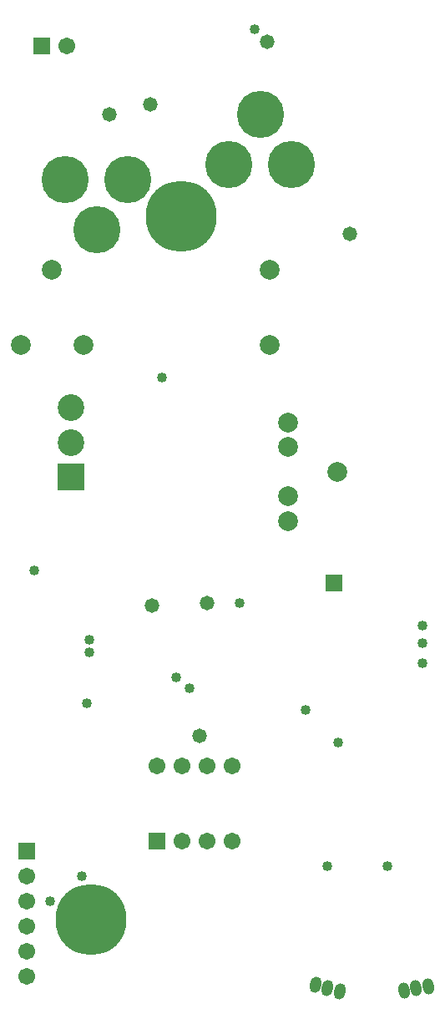
<source format=gbs>
%FSTAX24Y24*%
%MOIN*%
G70*
G01*
G75*
G04 Layer_Color=8388736*
%ADD10O,0.0394X0.0984*%
%ADD11R,0.0394X0.0984*%
%ADD12R,0.0394X0.0512*%
%ADD13R,0.0709X0.0709*%
%ADD14R,0.0472X0.0512*%
%ADD15R,0.1004X0.0374*%
%ADD16R,0.1004X0.1299*%
%ADD17O,0.0945X0.0236*%
%ADD18R,0.0945X0.0236*%
%ADD19R,0.0512X0.0394*%
%ADD20R,0.0630X0.0630*%
%ADD21R,0.0374X0.0315*%
%ADD22R,0.0984X0.0512*%
%ADD23O,0.0906X0.0236*%
%ADD24R,0.0709X0.0709*%
%ADD25R,0.0256X0.0472*%
%ADD26C,0.0100*%
%ADD27C,0.0300*%
%ADD28C,0.0250*%
%ADD29C,0.0400*%
%ADD30C,0.0600*%
%ADD31C,0.0200*%
%ADD32C,0.0080*%
%ADD33C,0.0060*%
%ADD34C,0.2756*%
%ADD35C,0.0709*%
%ADD36C,0.0984*%
%ADD37R,0.0984X0.0984*%
G04:AMPARAMS|DCode=38|XSize=37.4mil|YSize=57.1mil|CornerRadius=0mil|HoleSize=0mil|Usage=FLASHONLY|Rotation=345.000|XOffset=0mil|YOffset=0mil|HoleType=Round|Shape=Round|*
%AMOVALD38*
21,1,0.0197,0.0374,0.0000,0.0000,75.0*
1,1,0.0374,-0.0025,-0.0095*
1,1,0.0374,0.0025,0.0095*
%
%ADD38OVALD38*%

G04:AMPARAMS|DCode=39|XSize=37.4mil|YSize=57.1mil|CornerRadius=0mil|HoleSize=0mil|Usage=FLASHONLY|Rotation=10.000|XOffset=0mil|YOffset=0mil|HoleType=Round|Shape=Round|*
%AMOVALD39*
21,1,0.0197,0.0374,0.0000,0.0000,100.0*
1,1,0.0374,0.0017,-0.0097*
1,1,0.0374,-0.0017,0.0097*
%
%ADD39OVALD39*%

%ADD40R,0.0591X0.0591*%
%ADD41C,0.0591*%
%ADD42R,0.0591X0.0591*%
%ADD43C,0.1800*%
%ADD44C,0.0320*%
%ADD45C,0.0500*%
%ADD46C,0.0098*%
%ADD47C,0.0079*%
%ADD48C,0.0236*%
%ADD49C,0.0040*%
%ADD50C,0.0030*%
G04:AMPARAMS|DCode=51|XSize=165.4mil|YSize=0mil|CornerRadius=0mil|HoleSize=0mil|Usage=FLASHONLY|Rotation=345.000|XOffset=0mil|YOffset=0mil|HoleType=Round|Shape=Rectangle|*
%AMROTATEDRECTD51*
4,1,4,-0.0799,0.0214,-0.0799,0.0214,0.0799,-0.0214,0.0799,-0.0214,-0.0799,0.0214,0.0*
%
%ADD51ROTATEDRECTD51*%

G04:AMPARAMS|DCode=52|XSize=173.2mil|YSize=15.7mil|CornerRadius=0mil|HoleSize=0mil|Usage=FLASHONLY|Rotation=345.000|XOffset=0mil|YOffset=0mil|HoleType=Round|Shape=Rectangle|*
%AMROTATEDRECTD52*
4,1,4,-0.0857,0.0148,-0.0816,0.0300,0.0857,-0.0148,0.0816,-0.0300,-0.0857,0.0148,0.0*
%
%ADD52ROTATEDRECTD52*%

G04:AMPARAMS|DCode=53|XSize=165.4mil|YSize=0mil|CornerRadius=0mil|HoleSize=0mil|Usage=FLASHONLY|Rotation=10.000|XOffset=0mil|YOffset=0mil|HoleType=Round|Shape=Rectangle|*
%AMROTATEDRECTD53*
4,1,4,-0.0814,-0.0144,-0.0814,-0.0144,0.0814,0.0144,0.0814,0.0144,-0.0814,-0.0144,0.0*
%
%ADD53ROTATEDRECTD53*%

G04:AMPARAMS|DCode=54|XSize=173.2mil|YSize=15.7mil|CornerRadius=0mil|HoleSize=0mil|Usage=FLASHONLY|Rotation=10.000|XOffset=0mil|YOffset=0mil|HoleType=Round|Shape=Rectangle|*
%AMROTATEDRECTD54*
4,1,4,-0.0839,-0.0228,-0.0867,-0.0073,0.0839,0.0228,0.0867,0.0073,-0.0839,-0.0228,0.0*
%
%ADD54ROTATEDRECTD54*%

%ADD55O,0.0474X0.1064*%
%ADD56R,0.0474X0.1064*%
%ADD57R,0.0474X0.0592*%
%ADD58R,0.0789X0.0789*%
%ADD59R,0.0552X0.0592*%
%ADD60R,0.1084X0.0454*%
%ADD61R,0.1084X0.1379*%
%ADD62O,0.1025X0.0316*%
%ADD63R,0.1025X0.0316*%
%ADD64R,0.0592X0.0474*%
%ADD65R,0.0710X0.0710*%
%ADD66R,0.0454X0.0395*%
%ADD67R,0.1064X0.0592*%
%ADD68O,0.0986X0.0316*%
%ADD69R,0.0789X0.0789*%
%ADD70R,0.0336X0.0552*%
%ADD71C,0.2836*%
%ADD72C,0.0789*%
%ADD73C,0.1064*%
%ADD74R,0.1064X0.1064*%
G04:AMPARAMS|DCode=75|XSize=45.4mil|YSize=65.1mil|CornerRadius=0mil|HoleSize=0mil|Usage=FLASHONLY|Rotation=345.000|XOffset=0mil|YOffset=0mil|HoleType=Round|Shape=Round|*
%AMOVALD75*
21,1,0.0197,0.0454,0.0000,0.0000,75.0*
1,1,0.0454,-0.0025,-0.0095*
1,1,0.0454,0.0025,0.0095*
%
%ADD75OVALD75*%

G04:AMPARAMS|DCode=76|XSize=45.4mil|YSize=65.1mil|CornerRadius=0mil|HoleSize=0mil|Usage=FLASHONLY|Rotation=10.000|XOffset=0mil|YOffset=0mil|HoleType=Round|Shape=Round|*
%AMOVALD76*
21,1,0.0197,0.0454,0.0000,0.0000,100.0*
1,1,0.0454,0.0017,-0.0097*
1,1,0.0454,-0.0017,0.0097*
%
%ADD76OVALD76*%

%ADD77R,0.0671X0.0671*%
%ADD78C,0.0671*%
%ADD79R,0.0671X0.0671*%
%ADD80C,0.1880*%
%ADD81C,0.0400*%
%ADD82C,0.0580*%
D71*
X19205Y16573D02*
D03*
X188443Y137696D02*
D03*
D72*
X1956Y1636D02*
D03*
Y1606D02*
D03*
X186899Y1636D02*
D03*
X185639Y1606D02*
D03*
X188159D02*
D03*
X1983Y15555D02*
D03*
X196332Y153581D02*
D03*
Y157519D02*
D03*
Y154566D02*
D03*
Y156534D02*
D03*
D73*
X187655Y156722D02*
D03*
Y1581D02*
D03*
D74*
Y155344D02*
D03*
D75*
X198375Y134808D02*
D03*
X197892Y134937D02*
D03*
X197409Y135067D02*
D03*
D76*
X201928Y135024D02*
D03*
X201435Y134937D02*
D03*
X200943Y134851D02*
D03*
D77*
X186475Y172539D02*
D03*
X19814Y1511D02*
D03*
D78*
X187475Y172539D02*
D03*
X1859Y1394D02*
D03*
Y1384D02*
D03*
Y1374D02*
D03*
Y1364D02*
D03*
Y1354D02*
D03*
X192077Y140822D02*
D03*
X193077D02*
D03*
X194077D02*
D03*
X191077Y143822D02*
D03*
X192077D02*
D03*
X193077D02*
D03*
X194077D02*
D03*
D79*
X1859Y1404D02*
D03*
X191077Y140822D02*
D03*
D80*
X195205Y169815D02*
D03*
X196455Y167815D02*
D03*
X193955D02*
D03*
X189927Y167224D02*
D03*
X187427D02*
D03*
X188677Y165224D02*
D03*
D81*
X195Y1732D02*
D03*
X1913Y1593D02*
D03*
X1862Y1516D02*
D03*
X1979Y1398D02*
D03*
X2003D02*
D03*
X1883Y1463D02*
D03*
X1884Y14885D02*
D03*
Y14835D02*
D03*
X2017Y1494D02*
D03*
Y1487D02*
D03*
Y1479D02*
D03*
X1924Y1469D02*
D03*
X19185Y14735D02*
D03*
X1944Y1503D02*
D03*
X19703Y14603D02*
D03*
X19831Y14475D02*
D03*
X18682Y1384D02*
D03*
X18808Y1394D02*
D03*
D82*
X190829Y1702D02*
D03*
X1909Y1502D02*
D03*
X1928Y145D02*
D03*
X1931Y1503D02*
D03*
X1955Y1727D02*
D03*
X18919Y16981D02*
D03*
X19878Y16503D02*
D03*
M02*

</source>
